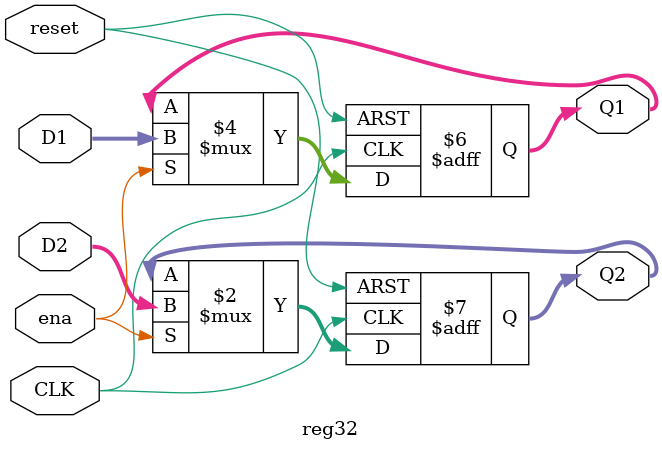
<source format=sv>
module lab1 #
(
	parameter WIDTHIN = 16,		// Input format is Q2.14 (2 integer bits + 14 fractional bits = 16 bits)
	parameter WIDTHOUT = 32,	// Intermediate/Output format is Q7.25 (7 integer bits + 25 fractional bits = 32 bits)
	// Taylor coefficients for the first five terms in Q2.14 format
	parameter [WIDTHIN-1:0] A0 = 16'b01_00000000000000, // a0 = 1
	parameter [WIDTHIN-1:0] A1 = 16'b01_00000000000000, // a1 = 1
	parameter [WIDTHIN-1:0] A2 = 16'b00_10000000000000, // a2 = 1/2
	parameter [WIDTHIN-1:0] A3 = 16'b00_00101010101010, // a3 = 1/6
	parameter [WIDTHIN-1:0] A4 = 16'b00_00001010101010, // a4 = 1/24
	parameter [WIDTHIN-1:0] A5 = 16'b00_00000010001000  // a5 = 1/120
)
(
	input clk,
	input reset,	
	
	input i_valid,
	input i_ready,
	output o_valid,
	output o_ready,
	
	input [WIDTHIN-1:0] i_x,
	output [WIDTHOUT-1:0] o_y
);
//Output value could overflow (32-bit output, and 16-bit inputs multiplied
//together repeatedly).  Don't worry about that -- assume that only the bottom
//32 bits are of interest, and keep them.
logic [WIDTHIN-1:0] x;	// Register to hold input X
logic [WIDTHOUT-1:0] y_Q;	// Register to hold output Y
logic valid_Q1;		// Output of register x is valid
logic valid_Q2;		// Output of register y is valid

// pipeline the i_valid siganl
// Since pipeline takes 9 stages, i_valid should be the same.
logic valid_p1;
logic valid_p2;
logic valid_p3;
logic valid_p4;
logic valid_p5;
logic valid_p6;
logic valid_p7;
logic valid_p8;
logic valid_p9;

// signal for enabling sequential circuit elements
logic enable;

// Signals for computing the y output
logic [WIDTHOUT-1:0] m0_out; // A5 * x
logic [WIDTHOUT-1:0] a0_out; // A5 * x + A4
logic [WIDTHOUT-1:0] m1_out; // (A5 * x + A4) * x
logic [WIDTHOUT-1:0] a1_out; // (A5 * x + A4) * x + A3
logic [WIDTHOUT-1:0] m2_out; // ((A5 * x + A4) * x + A3) * x
logic [WIDTHOUT-1:0] a2_out; // ((A5 * x + A4) * x + A3) * x + A2
logic [WIDTHOUT-1:0] m3_out; // (((A5 * x + A4) * x + A3) * x + A2) * x
logic [WIDTHOUT-1:0] a3_out; // (((A5 * x + A4) * x + A3) * x + A2) * x + A1
logic [WIDTHOUT-1:0] m4_out; // ((((A5 * x + A4) * x + A3) * x + A2) * x + A1) * x
logic [WIDTHOUT-1:0] a4_out; // ((((A5 * x + A4) * x + A3) * x + A2) * x + A1) * x + A0
logic [WIDTHOUT-1:0] y_D;

//signals for pipelined registers between each mult and add block
logic [WIDTHOUT-1:0] m0_reg;
logic [WIDTHOUT-1:0] a0_reg; 
logic [WIDTHOUT-1:0] m1_reg;
logic [WIDTHOUT-1:0] a1_reg;
logic [WIDTHOUT-1:0] m2_reg;
logic [WIDTHOUT-1:0] a2_reg;
logic [WIDTHOUT-1:0] m3_reg;
logic [WIDTHOUT-1:0] a3_reg;
logic [WIDTHOUT-1:0] m4_reg;

// i_x needs to be pipelined as well
// So every stage can have a consistent X value
logic [WIDTHOUT-1:0] x_0;
logic [WIDTHOUT-1:0] x_1;
logic [WIDTHOUT-1:0] x_2;
logic [WIDTHOUT-1:0] x_3;
logic [WIDTHOUT-1:0] x_4;
logic [WIDTHOUT-1:0] x_5;
logic [WIDTHOUT-1:0] x_6;
logic [WIDTHOUT-1:0] x_7;
logic [WIDTHOUT-1:0] x_8;
logic [WIDTHOUT-1:0] x_9;

// compute y value, registers are inserted between each mult and add 
mult16x16 Mult0 (.i_dataa(A5), 		.i_datab(x), 	.o_res(m0_out));
reg32 reg0 (.reset(reset), .CLK(clk), .ena(i_ready), .D1(m0_out), .Q1(m0_reg), .D2(x), .Q2(x_0));
addr32p16 Addr0 (.i_dataa(m0_reg), 	.i_datab(A4), 	.o_res(a0_out));

reg32 reg1 (.reset(reset), .CLK(clk), .ena(i_ready), .D1(a0_out), .Q1(a0_reg), .D2(x_0), .Q2(x_1));

mult32x16 Mult1 (.i_dataa(a0_reg), 	.i_datab(x_1), 	.o_res(m1_out));
reg32 reg2 (.reset(reset), .CLK(clk), .ena(i_ready), .D1(m1_out), .Q1(m1_reg), .D2(x_1), .Q2(x_2));
addr32p16 Addr1 (.i_dataa(m1_reg), 	.i_datab(A3), 	.o_res(a1_out));

reg32 reg3 (.reset(reset), .CLK(clk), .ena(i_ready), .D1(a1_out), .Q1(a1_reg), .D2(x_2), .Q2(x_3));

mult32x16 Mult2 (.i_dataa(a1_reg), 	.i_datab(x_3), 	.o_res(m2_out));
reg32 reg4 (.reset(reset), .CLK(clk), .ena(i_ready), .D1(m2_out), .Q1(m2_reg), .D2(x_3), .Q2(x_4));
addr32p16 Addr2 (.i_dataa(m2_reg), 	.i_datab(A2), 	.o_res(a2_out));

reg32 reg5 (.reset(reset), .CLK(clk), .ena(i_ready), .D1(a2_out), .Q1(a2_reg), .D2(x_4), .Q2(x_5));

mult32x16 Mult3 (.i_dataa(a2_reg), 	.i_datab(x_5), 	.o_res(m3_out));
reg32 reg6 (.reset(reset), .CLK(clk), .ena(i_ready), .D1(m3_out), .Q1(m3_reg), .D2(x_5), .Q2(x_6));
addr32p16 Addr3 (.i_dataa(m3_reg), 	.i_datab(A1), 	.o_res(a3_out));

reg32 reg7 (.reset(reset), .CLK(clk), .ena(i_ready), .D1(a3_out), .Q1(a3_reg), .D2(x_6), .Q2(x_7));

mult32x16 Mult4 (.i_dataa(a3_reg), 	.i_datab(x_7), 	.o_res(m4_out));
reg32 reg8 (.reset(reset), .CLK(clk), .ena(i_ready), .D1(m4_out), .Q1(m4_reg));
addr32p16 Addr4 (.i_dataa(m4_reg), 	.i_datab(A0), 	.o_res(a4_out));

assign y_D = a4_out;

// Combinational logic
always_comb begin
	// signal for enable
	enable = i_ready;
end

always_ff @(posedge clk or posedge reset) begin
	if (reset) begin
		x <= 0;
	end else if (enable) begin	
		// read in new x value
		x <= i_x;
	end
end

// pipeline the i_valid
always_ff @(posedge clk or posedge reset) begin
	if (reset) begin
		valid_p1 <= 1'b0;
		valid_p2 <= 1'b0;
		valid_p3 <= 1'b0; 
		valid_p4 <= 1'b0;
		valid_p5 <= 1'b0;
		valid_p6 <= 1'b0;
		valid_p7 <= 1'b0;
		valid_p8 <= 1'b0;
		valid_p9 <= 1'b0;
		
	end else if(enable) begin
		valid_p1 <= i_valid;
		valid_p2 <= valid_p1;
		valid_p3 <= valid_p2; 
		valid_p4 <= valid_p3;
		valid_p5 <= valid_p4;
		valid_p6 <= valid_p5;
		valid_p7 <= valid_p6;
		valid_p8 <= valid_p7;
		valid_p9 <= valid_p8;
	end
end

// Infer the registers
always_ff @(posedge clk or posedge reset) begin
	if (reset) begin
		valid_Q1 <= 1'b0;
		valid_Q2 <= 1'b0;
		
		y_Q <= 0;
	end else if (enable) begin
		// propagate the valid value
		valid_Q1 <= valid_p9;
		valid_Q2 <= valid_Q1;
		
		// output computed y value
		y_Q <= y_D;
	end
end

// assign outputs
assign o_y = y_Q;
// ready for inputs as long as receiver is ready for outputs */
assign o_ready = i_ready;   		
// the output is valid as long as the corresponding input was valid and 
//	the receiver is ready. If the receiver isn't ready, the computed output
//	will still remain on the register outputs and the circuit will resume
//  normal operation when the receiver is ready again (i_ready is high)
assign o_valid = valid_Q2 & i_ready;	

endmodule

/************************************************************/

// Multiplier module for the first 16x16 multiplication
module mult16x16 (
	input  [15:0] i_dataa,
	input  [15:0] i_datab,
	output [31:0] o_res
);

logic [31:0] result;

always_comb begin
	result = i_dataa * i_datab;
end

// The result of Q2.14 x Q2.14 is in the Q4.28 format. Therefore we need to change it
// to the Q7.25 format specified in the assignment by shifting right and padding with zeros.
assign o_res = {3'b000, result[31:3]};

endmodule

/***********************************************************/

// Multiplier module for all the remaining 32x16 multiplications
module mult32x16 (
	input  [31:0] i_dataa,
	input  [15:0] i_datab,
	output [31:0] o_res
);

logic [47:0] result;

always_comb begin
	result = i_dataa * i_datab;
end

// The result of Q7.25 x Q2.14 is in the Q9.39 format. Therefore we need to change it
// to the Q7.25 format specified in the assignment by selecting the appropriate bits
// (i.e. dropping the most-significant 2 bits and least-significant 14 bits).
assign o_res = result[45:14];

endmodule

/***********************************************************/

// Adder module for all the 32b+16b addition operations 
module addr32p16 (
	input [31:0] i_dataa,
	input [15:0] i_datab,
	output [31:0] o_res
);

// The 16-bit Q2.14 input needs to be aligned with the 32-bit Q7.25 input by zero padding
assign o_res = i_dataa + {5'b00000, i_datab, 11'b00000000000};

endmodule

// custom register module
// Q1 is 32-bit, used for pipeline the intermedia computed values
// Q2 is 16-bit, used for passing consistent X values
// ena, enable, allowes the register to stall
module reg32(
	input reset,
	input CLK,
	input ena,

	input [31:0] D1,
	output logic [31:0] Q1,
	
	input [15:0] D2,
	output logic [15:0] Q2
);

	always_ff @(posedge CLK or posedge reset) begin
		if(reset) begin
			Q1 <= 0; 
			Q2 <= 0; 
		end else if(ena) begin
			Q1 <= D1;
			Q2 <= D2;
		end
			
	end
endmodule

/*******************************************************************/

</source>
